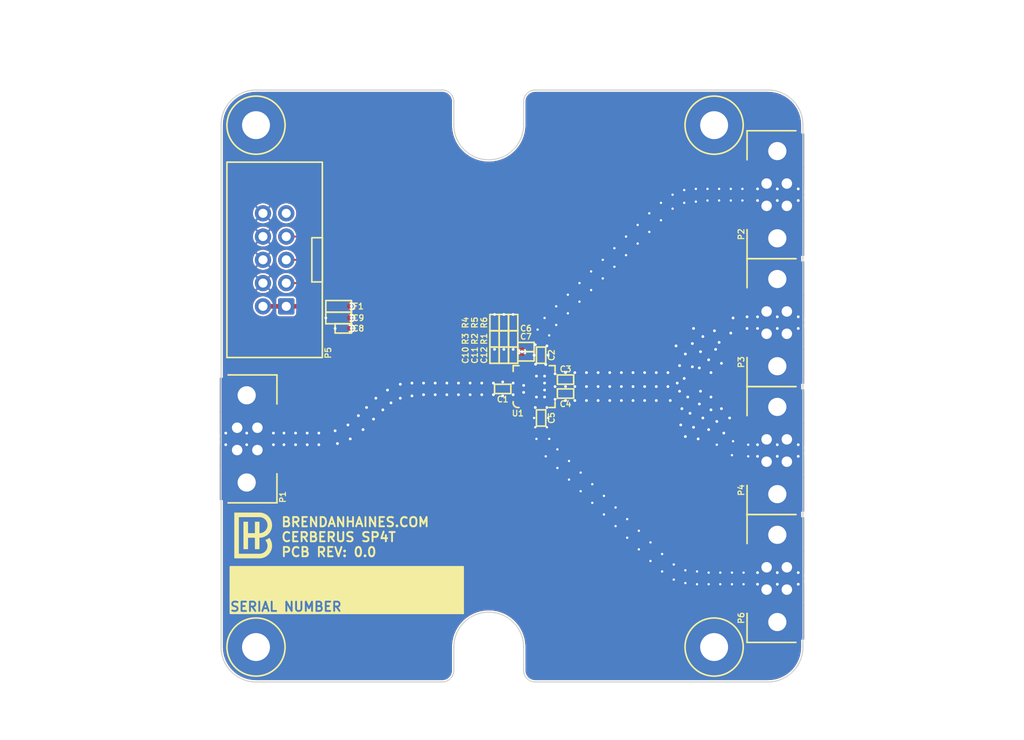
<source format=kicad_pcb>
(kicad_pcb
	(version 20240108)
	(generator "pcbnew")
	(generator_version "8.0")
	(general
		(thickness 1.6)
		(legacy_teardrops no)
	)
	(paper "A")
	(title_block
		(title "${PROJECT_NAME}")
		(rev "${PCB_REVISION}")
		(company "BRENDANHAINES.COM")
	)
	(layers
		(0 "F.Cu" signal)
		(1 "In1.Cu" signal)
		(2 "In2.Cu" signal)
		(31 "B.Cu" signal)
		(32 "B.Adhes" user "B.Adhesive")
		(33 "F.Adhes" user "F.Adhesive")
		(34 "B.Paste" user)
		(35 "F.Paste" user)
		(36 "B.SilkS" user "B.Silkscreen")
		(37 "F.SilkS" user "F.Silkscreen")
		(38 "B.Mask" user)
		(39 "F.Mask" user)
		(40 "Dwgs.User" user "User.Drawings")
		(41 "Cmts.User" user "User.Comments")
		(42 "Eco1.User" user "User.Eco1")
		(43 "Eco2.User" user "User.Eco2")
		(44 "Edge.Cuts" user)
		(45 "Margin" user)
		(46 "B.CrtYd" user "B.Courtyard")
		(47 "F.CrtYd" user "F.Courtyard")
		(48 "B.Fab" user)
		(49 "F.Fab" user)
		(50 "User.1" user)
		(51 "User.2" user)
		(52 "User.3" user)
		(53 "User.4" user)
		(54 "User.5" user)
		(55 "User.6" user)
		(56 "User.7" user)
		(57 "User.8" user)
		(58 "User.9" user)
	)
	(setup
		(stackup
			(layer "F.SilkS"
				(type "Top Silk Screen")
				(color "White")
			)
			(layer "F.Paste"
				(type "Top Solder Paste")
			)
			(layer "F.Mask"
				(type "Top Solder Mask")
				(color "Green")
				(thickness 0.01)
			)
			(layer "F.Cu"
				(type "copper")
				(thickness 0.035)
			)
			(layer "dielectric 1"
				(type "core")
				(thickness 0.48)
				(material "FR4")
				(epsilon_r 4.5)
				(loss_tangent 0.02)
			)
			(layer "In1.Cu"
				(type "copper")
				(thickness 0.035)
			)
			(layer "dielectric 2"
				(type "prepreg")
				(thickness 0.48)
				(material "FR4")
				(epsilon_r 4.5)
				(loss_tangent 0.02)
			)
			(layer "In2.Cu"
				(type "copper")
				(thickness 0.035)
			)
			(layer "dielectric 3"
				(type "core")
				(thickness 0.48)
				(material "FR4")
				(epsilon_r 4.5)
				(loss_tangent 0.02)
			)
			(layer "B.Cu"
				(type "copper")
				(thickness 0.035)
			)
			(layer "B.Mask"
				(type "Bottom Solder Mask")
				(color "Green")
				(thickness 0.01)
			)
			(layer "B.Paste"
				(type "Bottom Solder Paste")
			)
			(layer "B.SilkS"
				(type "Bottom Silk Screen")
				(color "White")
			)
			(copper_finish "ENIG")
			(dielectric_constraints no)
		)
		(pad_to_mask_clearance 0)
		(allow_soldermask_bridges_in_footprints no)
		(grid_origin 80.01 123.19)
		(pcbplotparams
			(layerselection 0x00010fc_ffffffff)
			(plot_on_all_layers_selection 0x0000000_00000000)
			(disableapertmacros no)
			(usegerberextensions no)
			(usegerberattributes yes)
			(usegerberadvancedattributes yes)
			(creategerberjobfile yes)
			(dashed_line_dash_ratio 12.000000)
			(dashed_line_gap_ratio 3.000000)
			(svgprecision 4)
			(plotframeref no)
			(viasonmask no)
			(mode 1)
			(useauxorigin no)
			(hpglpennumber 1)
			(hpglpenspeed 20)
			(hpglpendiameter 15.000000)
			(pdf_front_fp_property_popups yes)
			(pdf_back_fp_property_popups yes)
			(dxfpolygonmode yes)
			(dxfimperialunits yes)
			(dxfusepcbnewfont yes)
			(psnegative no)
			(psa4output no)
			(plotreference yes)
			(plotvalue yes)
			(plotfptext yes)
			(plotinvisibletext no)
			(sketchpadsonfab no)
			(subtractmaskfromsilk no)
			(outputformat 1)
			(mirror no)
			(drillshape 1)
			(scaleselection 1)
			(outputdirectory "")
		)
	)
	(property "PCB_REVISION" "0.0")
	(property "PROJECT_NAME" "CERBERUS SP4T")
	(net 0 "")
	(net 1 "GND")
	(net 2 "/CONN1/VIN_3V3")
	(net 3 "VDC_3V3")
	(net 4 "/RF_C")
	(net 5 "/RF_1")
	(net 6 "/RF_2")
	(net 7 "/CTRL0")
	(net 8 "/RF_3")
	(net 9 "/CTRL1")
	(net 10 "/CTRL2")
	(net 11 "/RF_4")
	(net 12 "Net-(U1-CONTROL_3)")
	(net 13 "Net-(U1-CONTROL_2)")
	(net 14 "Net-(U1-CONTROL_1)")
	(net 15 "/CONN1/D0")
	(net 16 "Net-(U1-RF1)")
	(net 17 "Net-(U1-RF2)")
	(net 18 "Net-(U1-RF3)")
	(net 19 "Net-(U1-RF4)")
	(net 20 "Net-(U1-RF_COM)")
	(footprint "common:CONN_SuperSMA_Amphenol_901-10510-2" (layer "F.Cu") (at 139.7 87.757 -90))
	(footprint "common:MH120X230_#4" (layer "F.Cu") (at 130.0099 123.19))
	(footprint "common:C0402" (layer "F.Cu") (at 113.792 93.98))
	(footprint "common:LOGO_BH" (layer "F.Cu") (at 80.137 113.411))
	(footprint "common:C0402" (layer "F.Cu") (at 111.125 98.171 -90))
	(footprint "common:CONN_SuperSMA_Amphenol_901-10510-2" (layer "F.Cu") (at 139.7 101.727 -90))
	(footprint "common:R0402" (layer "F.Cu") (at 106.045 89.535 -90))
	(footprint "common:C0402" (layer "F.Cu") (at 106.045 91.313 -90))
	(footprint "common:C0402" (layer "F.Cu") (at 108.077 91.313 -90))
	(footprint "common:PinHeader_2x05_P2.54mm_Vertical_Shrouded" (layer "F.Cu") (at 83.312 85.979 90))
	(footprint "common:C0402" (layer "F.Cu") (at 109.474 90.424))
	(footprint "common:R0402" (layer "F.Cu") (at 107.061 87.757 90))
	(footprint "common:R0603" (layer "F.Cu") (at 89.027 85.979))
	(footprint "common:C0402" (layer "F.Cu") (at 106.934 94.996))
	(footprint "common:QFN50P400X400X75-24P" (layer "F.Cu") (at 110.363 94.742 90))
	(footprint "common:C0402" (layer "F.Cu") (at 89.535 88.392 180))
	(footprint "common:R0402" (layer "F.Cu") (at 106.045 87.757 90))
	(footprint "common:MH120X230_#4" (layer "F.Cu") (at 130.0099 66.1924))
	(footprint "common:C0402" (layer "F.Cu") (at 107.061 91.313 -90))
	(footprint "common:R0402" (layer "F.Cu") (at 108.077 87.757 90))
	(footprint "common:CONN_SuperSMA_Amphenol_901-10510-2" (layer "F.Cu") (at 139.7 73.787 -90))
	(footprint "common:R0402" (layer "F.Cu") (at 108.077 89.535 -90))
	(footprint "common:C0402" (layer "F.Cu") (at 111.125 91.313 90))
	(footprint "common:MH120X230_#4" (layer "F.Cu") (at 80.01 123.19))
	(footprint "common:C0402" (layer "F.Cu") (at 109.474 91.44 180))
	(footprint "common:CONN_SuperSMA_Amphenol_901-10510-2" (layer "F.Cu") (at 139.7 115.697 -90))
	(footprint "common:C0603" (layer "F.Cu") (at 89.027 87.249 180))
	(footprint "common:C0402" (layer "F.Cu") (at 113.792 95.504))
	(footprint "common:MH120X230_#4" (layer "F.Cu") (at 80.01 66.1924))
	(footprint "common:CONN_SuperSMA_Amphenol_901-10510-2" (layer "F.Cu") (at 76.2 100.457 90))
	(footprint "common:R0402" (layer "F.Cu") (at 107.061 89.535 -90))
	(gr_poly
		(pts
			(xy 89.408 119.507) (xy 102.616 119.507) (xy 102.616 114.427) (xy 77.216 114.427) (xy 77.216 117.983)
			(xy 89.408 117.983)
		)
		(stroke
			(width 0.1778)
			(type solid)
		)
		(fill solid)
		(layer "F.SilkS")
		(uuid "54e388d0-9772-4369-ac3e-a28d27a63d02")
	)
	(gr_rect
		(start 77.216 117.983)
		(end 89.408 119.507)
		(stroke
			(width 0.1778)
			(type default)
		)
		(fill none)
		(layer "F.SilkS")
		(uuid "7dc4bab5-1662-4e93-ae85-edfcd135bfe1")
	)
	(gr_arc
		(start 109.22 66.167)
		(mid 105.41 69.977)
		(end 101.6 66.167)
		(stroke
			(width 0.127)
			(type default)
		)
		(layer "Edge.Cuts")
		(uuid "12b5dc83-04a1-4ad2-b20b-9ca374104a1d")
	)
	(gr_line
		(start 100.33 127)
		(end 80.01 127)
		(stroke
			(width 0.127)
			(type default)
		)
		(layer "Edge.Cuts")
		(uuid "1d8c4d54-d09d-4552-81d7-fe4fbfc0d2d7")
	)
	(gr_line
		(start 101.6 63.627)
		(end 101.6 66.167)
		(stroke
			(width 0.127)
			(type default)
		)
		(layer "Edge.Cuts")
		(uuid "2973dcc5-815b-4dca-8084-f6e8e8fd19a1")
	)
	(gr_line
		(start 76.2 123.19)
		(end 76.2 66.167)
		(stroke
			(width 0.127)
			(type default)
		)
		(layer "Edge.Cuts")
		(uuid "4a1c085a-0447-40c6-917a-e883b0b5d3b4")
	)
	(gr_arc
		(start 101.6 125.73)
		(mid 101.228026 126.628026)
		(end 100.33 127)
		(stroke
			(width 0.127)
			(type default)
		)
		(layer "Edge.Cuts")
		(uuid "4e122227-9205-48ab-aed8-944187041308")
	)
	(gr_arc
		(start 109.22 63.627)
		(mid 109.591974 62.728974)
		(end 110.49 62.357)
		(stroke
			(width 0.127)
			(type default)
		)
		(layer "Edge.Cuts")
		(uuid "512bf51a-3fa9-4028-a936-f7e6a4733d0c")
	)
	(gr_arc
		(start 101.6 123.19)
		(mid 105.41 119.38)
		(end 109.22 123.19)
		(stroke
			(width 0.127)
			(type default)
		)
		(layer "Edge.Cuts")
		(uuid "5b1e545e-7998-4651-9a7c-7119b11dbb5e")
	)
	(gr_arc
		(start 110.49 127)
		(mid 109.591974 126.628026)
		(end 109.22 125.73)
		(stroke
			(width 0.127)
			(type default)
		)
		(layer "Edge.Cuts")
		(uuid "75ed90dc-01a6-4ef6-a1ad-40d7e7fb9ab5")
	)
	(gr_arc
		(start 135.89 62.357)
		(mid 138.584077 63.472923)
		(end 139.7 66.167)
		(stroke
			(width 0.127)
			(type default)
		)
		(layer "Edge.Cuts")
		(uuid "827095d4-34d5-43ee-8461-ae5f66cdb2c1")
	)
	(gr_line
		(start 135.89 127)
		(end 110.49 127)
		(stroke
			(width 0.127)
			(type default)
		)
		(layer "Edge.Cuts")
		(uuid "8a06cdaa-4b81-476c-ab75-552dda1904ae")
	)
	(gr_arc
		(start 139.7 123.19)
		(mid 138.584077 125.884077)
		(end 135.89 127)
		(stroke
			(width 0.127)
			(type default)
		)
		(layer "Edge.Cuts")
		(uuid "8f3bcc1f-2eb5-4fe9-a5f4-4d4b2420bb7d")
	)
	(gr_line
		(start 135.89 62.357)
		(end 110.49 62.357)
		(stroke
			(width 0.127)
			(type default)
		)
		(layer "Edge.Cuts")
		(uuid "9c756f94-0915-4796-a177-fba955d58861")
	)
	(gr_arc
		(start 76.2 66.167)
		(mid 77.315923 63.472923)
		(end 80.01 62.357)
		(stroke
			(width 0.127)
			(type default)
		)
		(layer "Edge.Cuts")
		(uuid "a2db3517-1557-4cb3-9db4-49484f4b88bb")
	)
	(gr_line
		(start 100.33 62.357)
		(end 80.01 62.357)
		(stroke
			(width 0.127)
			(type default)
		)
		(layer "Edge.Cuts")
		(uuid "a37f7f24-d565-4f0b-8922-f16248f5b0a0")
	)
	(gr_line
		(start 109.22 125.73)
		(end 109.22 123.19)
		(stroke
			(width 0.127)
			(type default)
		)
		(layer "Edge.Cuts")
		(uuid "a5182ac4-ba58-4916-80d1-c3c4552baf6f")
	)
	(gr_arc
		(start 100.33 62.357)
		(mid 101.228026 62.728974)
		(end 101.6 63.627)
		(stroke
			(width 0.127)
			(type default)
		)
		(layer "Edge.Cuts")
		(uuid "bdaa3ce3-1d1d-4bdf-8767-8a155afd4217")
	)
	(gr_line
		(start 139.7 66.167)
		(end 139.7 123.19)
		(stroke
			(width 0.127)
			(type default)
		)
		(layer "Edge.Cuts")
		(uuid "cae215e8-499e-40ef-89eb-35b51bf61b65")
	)
	(gr_line
		(start 109.22 66.167)
		(end 109.22 63.627)
		(stroke
			(width 0.127)
			(type default)
		)
		(layer "Edge.Cuts")
		(uuid "cc06fa9f-a210-4e6d-9270-f07cf87ce584")
	)
	(gr_line
		(start 101.6 123.19)
		(end 101.6 125.73)
		(stroke
			(width 0.127)
			(type default)
		)
		(layer "Edge.Cuts")
		(uuid "d6b52204-62e3-4775-a382-a5e8113dca6a")
	)
	(gr_arc
		(start 80.01 127)
		(mid 77.315923 125.884077)
		(end 76.2 123.19)
		(stroke
			(width 0.127)
			(type default)
		)
		(layer "Edge.Cuts")
		(uuid "eb8ae8c2-ec94-44e1-b1ad-d50dc494b660")
	)
	(gr_text "BRENDANHAINES.COM\n${PROJECT_NAME}\nPCB REV: ${PCB_REVISION}"
		(at 82.677 113.411 0)
		(layer "F.SilkS")
		(uuid "437bdfe8-9461-4ec7-870c-371d6a52dc16")
		(effects
			(font
				(size 1.016 1.016)
				(thickness 0.2032)
				(bold yes)
			)
			(justify left bottom)
		)
	)
	(gr_text "SERIAL NUMBER"
		(at 77.089 119.38 0)
		(layer "F.SilkS" knockout)
		(uuid "6c2be5ce-85b7-4de0-9953-9a61d10d3e1f")
		(effects
			(font
				(size 1.016 1.016)
				(thickness 0.2032)
				(bold yes)
			)
			(justify left bottom)
		)
	)
	(dimension
		(type aligned)
		(layer "F.Fab")
		(uuid "2892fb69-bc65-401b-badd-aa520ee8b469")
		(pts
			(xy 87.503 65.9824) (xy 87.503 122.98)
		)
		(height 19.812)
		(gr_text "2244.0000 mils"
			(at 66.548 94.4812 90)
			(layer "F.Fab")
			(uuid "2892fb69-bc65-401b-badd-aa520ee8b469")
			(effects
				(font
					(size 1.016 1.016)
					(thickness 0.127)
				)
			)
		)
		(format
			(prefix "")
			(suffix "")
			(units 3)
			(units_format 1)
			(precision 4)
		)
		(style
			(thickness 0.127)
			(arrow_length 1.27)
			(text_position_mode 0)
			(extension_height 0.58642)
			(extension_offset 0.254) keep_text_aligned)
	)
	(dimension
		(type aligned)
		(layer "F.Fab")
		(uuid "60aa3d13-cba1-4987-a4d4-8936d20594bd")
		(pts
			(xy 135.89 127) (xy 135.89 62.357)
		)
		(height 10.16)
		(gr_text "2545.0000 mils"
			(at 145.288 94.6785 90)
			(layer "F.Fab")
			(uuid "60aa3d13-cba1-4987-a4d4-8936d20594bd")
			(effects
				(font
					(size 0.635 0.635)
					(thickness 0.127)
				)
			)
		)
		(format
			(prefix "")
			(suffix "")
			(units 3)
			(units_format 1)
			(precision 4)
		)
		(style
			(thickness 0.127)
			(arrow_length 1.27)
			(text_position_mode 0)
			(extension_height 0.58642)
			(extension_offset 1.524) keep_text_aligned)
	)
	(dimension
		(type aligned)
		(layer "F.Fab")
		(uuid "bbab7d88-8f8c-467e-ac80-cb1bdbeed6d1")
		(pts
			(xy 76.2 123.19) (xy 139.7 123.19)
		)
		(height 8.381999)
		(gr_text "2500.0000 mils"
			(at 107.95 130.809999 0)
			(layer "F.Fab")
			(uuid "bbab7d88-8f8c-467e-ac80-cb1bdbeed6d1")
			(effects
				(font
					(size 0.635 0.635)
					(thickness 0.127)
				)
			)
		)
		(format
			(prefix "")
			(suffix "")
			(units 3)
			(units_format 1)
			(precision 4)
		)
		(style
			(thickness 0.127)
			(arrow_length 1.27)
			(text_position_mode 0)
			(extension_height 0.58642)
			(extension_offset 1.524) keep_text_aligned)
	)
	(dimension
		(type aligned)
		(layer "F.Fab")
		(uuid "da0fc324-3843-4697-9d01-01ce7e2f02da")
		(pts
			(xy 80.01 66.1924) (xy 130.0099 66.1924)
		)
		(height -11.7094)
		(gr_text "1968.5000 mils"
			(at 105.00995 53.34 0)
			(layer "F.Fab")
			(uuid "da0fc324-3843-4697-9d01-01ce7e2f02da")
			(effects
				(font
					(size 1.016 1.016)
					(thickness 0.127)
				)
			)
		)
		(format
			(prefix "")
			(suffix "")
			(units 3)
			(units_format 1)
			(precision 4)
		)
		(style
			(thickness 0.127)
			(arrow_length 1.27)
			(text_position_mode 0)
			(extension_height 0.58642)
			(extension_offset 7.62) keep_text_aligned)
	)
	(segment
		(start 107.061 87.332)
		(end 107.061 86.868)
		(width 0.127)
		(layer "F.Cu")
		(net 1)
		(uuid "0601ffe4-a68f-4683-b78c-5eaea6e98d23")
	)
	(segment
		(start 111.613 96.881)
		(end 111.76 97.028)
		(width 0.254)
		(layer "F.Cu")
		(net 1)
		(uuid "0c4a8fad-7718-433c-b5a3-f7181981eae0")
	)
	(segment
		(start 107.061 90.888)
		(end 107.061 90.678)
		(width 0.127)
		(layer "F.Cu")
		(net 1)
		(uuid "27a9e3e3-9cb7-425c-a670-78b1b77ecbc0")
	)
	(segment
		(start 108.463 94.492)
		(end 108.208 94.492)
		(width 0.254)
		(layer "F.Cu")
		(net 1)
		(uuid "398c1a37-2631-443d-b8de-f21d2ad0a190")
	)
	(segment
		(start 112.263 93.492)
		(end 112.502 93.492)
		(width 0.254)
		(layer "F.Cu")
		(net 1)
		(uuid "40f4e4f1-0865-4c49-ac6d-4a668fcbaf50")
	)
	(segment
		(start 112.502 93.492)
		(end 112.649 93.345)
		(width 0.254)
		(layer "F.Cu")
		(net 1)
		(uuid "460c0f8c-293c-4bf3-a44b-bb62ebb1c962")
	)
	(segment
		(start 108.077 87.332)
		(end 108.077 86.868)
		(width 0.127)
		(layer "F.Cu")
		(net 1)
		(uuid "4c7e9a37-577c-415a-985b-7bd01d0504eb")
	)
	(segment
		(start 106.045 87.332)
		(end 106.045 86.868)
		(width 0.127)
		(layer "F.Cu")
		(net 1)
		(uuid "6d5e0beb-8987-4f08-a523-02aadc4c1150")
	)
	(segment
		(start 88.302 87.249)
		(end 87.63 87.249)
		(width 0.508)
		(layer "F.Cu")
		(net 1)
		(uuid "72c942d2-f26e-4582-97bb-d37a6eb0e80c")
	)
	(segment
		(start 112.263 94.492)
		(end 112.399 94.492)
		(width 0.254)
		(layer "F.Cu")
		(net 1)
		(uuid "7b27c582-556d-4c37-81c1-969308a764f8")
	)
	(segment
		(start 108.216 95.492)
		(end 108.077 95.631)
		(width 0.254)
		(layer "F.Cu")
		(net 1)
		(uuid "88dc6131-031f-40e2-ba64-b70a5d32d246")
	)
	(segment
		(start 108.077 90.888)
		(end 108.077 90.678)
		(width 0.127)
		(layer "F.Cu")
		(net 1)
		(uuid "8a534dae-255f-4171-8486-1c500033e011")
	)
	(segment
		(start 111.613 96.642)
		(end 111.613 96.881)
		(width 0.254)
		(layer "F.Cu")
		(net 1)
		(uuid "8d339908-30bc-44ee-8b6c-3688d9ce075e")
	)
	(segment
		(start 110.613 96.905)
		(end 110.49 97.028)
		(width 0.254)
		(layer "F.Cu")
		(net 1)
		(uuid "933b6d5c-9b0c-4bb9-846c-5af54b05cd7c")
	)
	(segment
		(start 112.399 94.492)
		(end 112.649 94.742)
		(width 0.254)
		(layer "F.Cu")
		(net 1)
		(uuid "9638c647-2f38-4ca9-b80e-d4d03527ae1c")
	)
	(segment
		(start 108.208 94.492)
		(end 108.077 94.361)
		(width 0.254)
		(layer "F.Cu")
		(net 1)
		(uuid "9a3be79e-620e-41bd-8298-c32eabe403d3")
	)
	(segment
		(start 112.502 95.992)
		(end 112.649 96.139)
		(width 0.254)
		(layer "F.Cu")
		(net 1)
		(uuid "a7e30e2e-7641-45af-99ab-cee4ffa40e83")
	)
	(segment
		(start 110.613 92.842)
		(end 110.613 92.39544)
		(width 0.254)
		(layer "F.Cu")
		(net 1)
		(uuid "ba34a25a-4f70-4db8-995c-327e21640eaa")
	)
	(segment
		(start 112.399 94.992)
		(end 112.649 94.742)
		(width 0.254)
		(layer "F.Cu")
		(net 1)
		(uuid "bf02c595-3d05-4daf-8152-0a8c4f79652f")
	)
	(segment
		(start 111.613 92.842)
		(end 111.613 92.349)
		(width 0.254)
		(layer "F.Cu")
		(net 1)
		(uuid "c5f61750-8f5d-4964-8dcf-56c8947b3051")
	)
	(segment
		(start 108.463 95.492)
		(end 108.216 95.492)
		(width 0.254)
		(layer "F.Cu")
		(net 1)
		(uuid "c6b3437f-2db7-4a9f-8210-f378156060a7")
	)
	(segment
		(start 111.613 92.349)
		(end 111.633 92.329)
		(width 0.254)
		(layer "F.Cu")
		(net 1)
		(uuid "dbca82e1-2295-494d-ad4d-83e012b0c7a1")
	)
	(segment
		(start 110.613 92.39544)
		(end 110.521658 92.304098)
		(width 0.254)
		(layer "F.Cu")
		(net 1)
		(uuid "e0d0a737-e6f7-4287-a39a-c0f222faaf55")
	)
	(segment
		(start 112.263 95.992)
		(end 112.502 95.992)
		(width 0.254)
		(layer "F.Cu")
		(net 1)
		(uuid "e21c42da-d622-4fe8-86f8-2529d0e46832")
	)
	(segment
		(start 106.045 90.888)
		(end 106.045 90.678)
		(width 0.127)
		(layer "F.Cu")
		(net 1)
		(uuid "ed733c28-96a3-44b6-bf86-7fde808ba0cb")
	)
	(segment
		(start 112.263 94.992)
		(end 112.399 94.992)
		(width 0.254)
		(layer "F.Cu")
		(net 1)
		(uuid "f050c780-289c-490c-8033-f2fc14013a44")
	)
	(segment
		(start 110.613 96.642)
		(end 110.613 96.905)
		(width 0.254)
		(layer "F.Cu")
		(net 1)
		(uuid "f8edea65-a67a-4438-912a-09586e065a03")
	)
	(segment
		(start 89.11 88.392)
		(end 88.646 88.392)
		(width 0.508)
		(layer "F.Cu")
		(net 1)
		(uuid "f92c9204-7e6c-4a10-9638-3b99f6bdab17")
	)
	(via
		(at 118.618 93.218)
		(size 0.508)
		(drill 0.3048)
		(layers "F.Cu" "B.Cu")
		(free yes)
		(net 1)
		(uuid "000e75c1-9126-4e50-befa-dce18dff5910")
	)
	(via
		(at 134.747 116.332)
		(size 0.508)
		(drill 0.3048)
		(layers "F.Cu" "B.Cu")
		(free yes)
		(net 1)
		(uuid "01292e35-5c8c-4ecf-a1cc-7e3db9b85721")
	)
	(via
		(at 109.22 95.377)
		(size 0.508)
		(drill 0.3048)
		(layers "F.Cu" "B.Cu")
		(net 1)
		(uuid "027b3311-d082-4d7d-8f94-fb619d4d9195")
	)
	(via
		(at 129.667 97.282)
		(size 0.508)
		(drill 0.3048)
		(layers "F.Cu" "B.Cu")
		(free yes)
		(net 1)
		(uuid "028bb475-03a4-401f-b3da-13c30fe9d495")
	)
	(via
		(at 136.906 87.122)
		(size 0.508)
		(drill 0.3048)
		(layers "F.Cu" "B.Cu")
		(free yes)
		(net 1)
		(uuid "02ba2390-5c1c-4a0e-903a-ccadd4989567")
	)
	(via
		(at 105.918 94.361)
		(size 0.508)
		(drill 0.3048)
		(layers "F.Cu" "B.Cu")
		(free yes)
		(net 1)
		(uuid "037a0129-5eee-4d8b-8870-ca45c068bc73")
	)
	(via
		(at 126.238 95.25)
		(size 0.508)
		(drill 0.3048)
		(layers "F.Cu" "B.Cu")
		(free yes)
		(net 1)
		(uuid "052b4e7a-85d6-407f-8f1b-23470ac0b223")
	)
	(via
		(at 93.853 97.282)
		(size 0.508)
		(drill 0.3048)
		(layers "F.Cu" "B.Cu")
		(free yes)
		(net 1)
		(uuid "06a92f8c-62a4-4a21-8c26-fa1051bc955d")
	)
	(via
		(at 125.603 115.824)
		(size 0.508)
		(drill 0.254)
		(layers "F.Cu" "B.Cu")
		(free yes)
		(net 1)
		(uuid "07478088-b4d3-4f4a-a9ba-1804914d5dac")
	)
	(via
		(at 139.192 102.362)
		(size 0.508)
		(drill 0.3048)
		(layers "F.Cu" "B.Cu")
		(free yes)
		(net 1)
		(uuid "07bcad39-aaaf-4152-80e6-d770e7060b25")
	)
	(via
		(at 131.699 98.171)
		(size 0.508)
		(drill 0.3048)
		(layers "F.Cu" "B.Cu")
		(free yes)
		(net 1)
		(uuid "0ac0c1a2-3a0d-47f0-af69-acd04295d431")
	)
	(via
		(at 136.906 73.152)
		(size 0.508)
		(drill 0.3048)
		(layers "F.Cu" "B.Cu")
		(free yes)
		(net 1)
		(uuid "0cd7a28f-df0d-413c-84d0-23d2181c902e")
	)
	(via
		(at 131.826 73.152)
		(size 0.508)
		(drill 0.254)
		(layers "F.Cu" "B.Cu")
		(free yes)
		(net 1)
		(uuid "0e069267-1fbd-472f-9e08-405e498233e8")
	)
	(via
		(at 119.253 109.982)
		(size 0.508)
		(drill 0.254)
		(layers "F.Cu" "B.Cu")
		(free yes)
		(net 1)
		(uuid "0e1047e0-b5d1-4ea6-9c91-ae465d409c3b")
	)
	(via
		(at 116.586 84.201)
		(size 0.508)
		(drill 0.254)
		(layers "F.Cu" "B.Cu")
		(free yes)
		(net 1)
		(uuid "0e28baed-3342-42dd-b037-0480974b0954")
	)
	(via
		(at 123.063 113.792)
		(size 0.508)
		(drill 0.254)
		(layers "F.Cu" "B.Cu")
		(free yes)
		(net 1)
		(uuid "0e415305-2dc6-4be1-ad83-a038035131bc")
	)
	(via
		(at 100.838 95.631)
		(size 0.508)
		(drill 0.3048)
		(layers "F.Cu" "B.Cu")
		(free yes)
		(net 1)
		(uuid "0e6b6099-aaf9-4c99-9a05-5fa19dd40106")
	)
	(via
		(at 136.906 74.422)
		(size 0.508)
		(drill 0.3048)
		(layers "F.Cu" "B.Cu")
		(free yes)
		(net 1)
		(uuid "0ec8f2e8-8469-444d-a433-9b7612af63ba")
	)
	(via
		(at 111.506 95.885)
		(size 0.508)
		(drill 0.3048)
		(layers "F.Cu" "B.Cu")
		(net 1)
		(uuid "0f920c89-22fb-47f7-9920-295942ecc9d3")
	)
	(via
		(at 111.506 95.123)
		(size 0.508)
		(drill 0.3048)
		(layers "F.Cu" "B.Cu")
		(net 1)
		(uuid "0fbeab8a-cd9d-4158-b06a-0bdbffe2e650")
	)
	(via
		(at 124.333 113.03)
		(size 0.508)
		(drill 0.254)
		(layers "F.Cu" "B.Cu")
		(free yes)
		(net 1)
		(uuid "1126728c-d994-4b2c-b8fd-05962ef0c062")
	)
	(via
		(at 130.683 115.062)
		(size 0.508)
		(drill 0.254)
		(layers "F.Cu" "B.Cu")
		(free yes)
		(net 1)
		(uuid "11ddc6e7-60f8-4339-82e7-28ac6bb7f8cd")
	)
	(via
		(at 124.206 74.676)
		(size 0.508)
		(drill 0.254)
		(layers "F.Cu" "B.Cu")
		(free yes)
		(net 1)
		(uuid "126d4a56-706e-4497-8e4b-a57593f9ce5b")
	)
	(via
		(at 126.238 92.456)
		(size 0.508)
		(drill 0.3048)
		(layers "F.Cu" "B.Cu")
		(free yes)
		(net 1)
		(uuid "18ceb4f8-5b2b-4708-80a4-b36b8001b13a")
	)
	(via
		(at 115.316 85.471)
		(size 0.508)
		(drill 0.254)
		(layers "F.Cu" "B.Cu")
		(free yes)
		(net 1)
		(uuid "18e70abd-a6ba-4b7e-934c-b33e62c223c7")
	)
	(via
		(at 112.649 93.345)
		(size 0.508)
		(drill 0.3048)
		(layers "F.Cu" "B.Cu")
		(net 1)
		(uuid "198d2d56-6aa6-4a54-9d8a-ad5c43ed0a1e")
	)
	(via
		(at 129.413 99.441)
		(size 0.508)
		(drill 0.3048)
		(layers "F.Cu" "B.Cu")
		(free yes)
		(net 1)
		(uuid "1a394817-64ce-41a5-b105-49a3a4351f42")
	)
	(via
		(at 126.492 97.155)
		(size 0.508)
		(drill 0.3048)
		(layers "F.Cu" "B.Cu")
		(free yes)
		(net 1)
		(uuid "1b36f989-928e-47a9-bb7e-29e830703ce5")
	)
	(via
		(at 112.776 85.979)
		(size 0.508)
		(drill 0.254)
		(layers "F.Cu" "B.Cu")
		(free yes)
		(net 1)
		(uuid "1f59bd86-43f4-4d9f-b43f-e6b0be553d98")
	)
	(via
		(at 110.49 99.187)
		(size 0.508)
		(drill 0.254)
		(layers "F.Cu" "B.Cu")
		(free yes)
		(net 1)
		(uuid "1f6403ed-73a0-45d9-af97-0bbc72186f26")
	)
	(via
		(at 112.014 89.154)
		(size 0.508)
		(drill 0.254)
		(layers "F.Cu" "B.Cu")
		(free yes)
		(net 1)
		(uuid "21c8de05-092c-4aef-b7eb-8317b5edf2d2")
	)
	(via
		(at 136.906 116.332)
		(size 0.508)
		(drill 0.3048)
		(layers "F.Cu" "B.Cu")
		(free yes)
		(net 1)
		(uuid "23002002-9f3f-4b80-8987-fc906ec68206")
	)
	(via
		(at 111.633 92.329)
		(size 0.508)
		(drill 0.3048)
		(layers "F.Cu" "B.Cu")
		(net 1)
		(uuid "2358e014-d32f-41d6-a275-2944a29efd0f")
	)
	(via
		(at 119.888 94.742)
		(size 0.508)
		(drill 0.3048)
		(layers "F.Cu" "B.Cu")
		(free yes)
		(net 1)
		(uuid "249d1d3b-8a9a-4d2d-93a0-0ee5c2e8ec61")
	)
	(via
		(at 127.127 95.885)
		(size 0.508)
		(drill 0.3048)
		(layers "F.Cu" "B.Cu")
		(free yes)
		(net 1)
		(uuid "254e58e0-32fd-4ea6-a282-1425d4e73704")
	)
	(via
		(at 111.506 93.599)
		(size 0.508)
		(drill 0.3048)
		(layers "F.Cu" "B.Cu")
		(net 1)
		(uuid "2634ec9e-2fd3-44c7-9edd-cb7214444003")
	)
	(via
		(at 108.077 94.361)
		(size 0.508)
		(drill 0.3048)
		(layers "F.Cu" "B.Cu")
		(net 1)
		(uuid "27d360f8-b945-4065-affe-6a8db4c33abe")
	)
	(via
		(at 121.158 94.742)
		(size 0.508)
		(drill 0.3048)
		(layers "F.Cu" "B.Cu")
		(free yes)
		(net 1)
		(uuid "28d998e5-e6b5-4b3a-88ba-4ea9ed5598bc")
	)
	(via
		(at 133.604 87.122)
		(size 0.508)
		(drill 0.3048)
		(layers "F.Cu" "B.Cu")
		(free yes)
		(net 1)
		(uuid "2962f8b8-0544-45f0-bf2f-bf73aa1c23bf")
	)
	(via
		(at 130.81 97.155)
		(size 0.508)
		(drill 0.3048)
		(layers "F.Cu" "B.Cu")
		(free yes)
		(net 1)
		(uuid "296d0304-2970-4388-9c4f-39d6feb87288")
	)
	(via
		(at 116.713 107.442)
		(size 0.508)
		(drill 0.254)
		(layers "F.Cu" "B.Cu")
		(free yes)
		(net 1)
		(uuid "2aa6bf2b-c03c-4ded-b39b-b76363e677c1")
	)
	(via
		(at 117.983 106.68)
		(size 0.508)
		(drill 0.254)
		(layers "F.Cu" "B.Cu")
		(free yes)
		(net 1)
		(uuid "2b1b85c8-4a7c-419e-b329-2abc7da4ef69")
	)
	(via
		(at 129.667 93.218)
		(size 0.508)
		(drill 0.3048)
		(layers "F.Cu" "B.Cu")
		(free yes)
		(net 1)
		(uuid "2d70bc8e-757c-4b80-a761-a09611602627")
	)
	(via
		(at 118.618 96.266)
		(size 0.508)
		(drill 0.3048)
		(layers "F.Cu" "B.Cu")
		(free yes)
		(net 1)
		(uuid "2e9a17b3-9b98-4f58-a930-cdb13d8b85ed")
	)
	(via
		(at 134.747 87.122)
		(size 0.508)
		(drill 0.3048)
		(layers "F.Cu" "B.Cu")
		(free yes)
		(net 1)
		(uuid "2fd98d8c-bf33-4d4d-bd1c-da4da983baf8")
	)
	(via
		(at 123.063 111.76)
		(size 0.508)
		(drill 0.254)
		(layers "F.Cu" "B.Cu")
		(free yes)
		(net 1)
		(uuid "302c7dab-1ade-46e0-bf2e-6f5529baeece")
	)
	(via
		(at 118.618 94.742)
		(size 0.508)
		(drill 0.3048)
		(layers "F.Cu" "B.Cu")
		(free yes)
		(net 1)
		(uuid "305760df-6d16-4a99-9d1f-4dc03ce558bd")
	)
	(via
		(at 108.077 86.868)
		(size 0.508)
		(drill 0.3048)
		(layers "F.Cu" "B.Cu")
		(net 1)
		(uuid "30c160a3-8964-457f-99ff-2e94d553ba28")
	)
	(via
		(at 106.045 86.868)
		(size 0.508)
		(drill 0.3048)
		(layers "F.Cu" "B.Cu")
		(net 1)
		(uuid "323da9ab-d34c-44cb-9199-d20cafed18cb")
	)
	(via
		(at 111.76 90.297)
		(size 0.508)
		(drill 0.3048)
		(layers "F.Cu" "B.Cu")
		(free yes)
		(net 1)
		(uuid "33e380af-a935-44d8-ba4c-b1b0a742d380")
	)
	(via
		(at 116.713 105.41)
		(size 0.508)
		(drill 0.254)
		(layers "F.Cu" "B.Cu")
		(free yes)
		(net 1)
		(uuid "3443f51b-a4a8-429a-aeb9-fb9816d3d374")
	)
	(via
		(at 111.633 102.362)
		(size 0.508)
		(drill 0.254)
		(layers "F.Cu" "B.Cu")
		(free yes)
		(net 1)
		(uuid "389caa17-724b-4f62-9a33-08408ba45d1e")
	)
	(via
		(at 119.888 93.218)
		(size 0.508)
		(drill 0.3048)
		(layers "F.Cu" "B.Cu")
		(free yes)
		(net 1)
		(uuid "39c90a6a-76b0-4ea3-847c-f93ae52741d3")
	)
	(via
		(at 131.064 99.822)
		(size 0.508)
		(drill 0.3048)
		(layers "F.Cu" "B.Cu")
		(free yes)
		(net 1)
		(uuid "3d3b3306-f8f0-40a1-853a-eec020fa9b15")
	)
	(via
		(at 125.984 94.361)
		(size 0.508)
		(drill 0.3048)
		(layers "F.Cu" "B.Cu")
		(free yes)
		(net 1)
		(uuid "3fe73f70-4f4d-4869-a84b-e9e6757306c9")
	)
	(via
		(at 110.49 90.17)
		(size 0.508)
		(drill 0.3048)
		(layers "F.Cu" "B.Cu")
		(free yes)
		(net 1)
		(uuid "40159213-00aa-4ac4-9867-d2ca3b16ee94")
	)
	(via
		(at 125.476 75.311)
		(size 0.508)
		(drill 0.254)
		(layers "F.Cu" "B.Cu")
		(free yes)
		(net 1)
		(uuid "41b7fc5d-3702-4205-97ee-3d1094fc3df6")
	)
	(via
		(at 122.428 93.218)
		(size 0.508)
		(drill 0.3048)
		(layers "F.Cu" "B.Cu")
		(free yes)
		(net 1)
		(uuid "423b01c6-82a7-4587-bd42-9f1d150ad130")
	)
	(via
		(at 130.81 92.202)
		(size 0.508)
		(drill 0.3048)
		(layers "F.Cu" "B.Cu")
		(free yes)
		(net 1)
		(uuid "431c69b7-0439-45a4-887b-5ae1459d9a0b")
	)
	(via
		(at 121.158 93.218)
		(size 0.508)
		(drill 0.3048)
		(layers "F.Cu" "B.Cu")
		(free yes)
		(net 1)
		(uuid "432bad93-e9ec-4cf7-ace3-f2bcd7141827")
	)
	(via
		(at 84.328 101.092)
		(size 0.508)
		(drill 0.3048)
		(layers "F.Cu" "B.Cu")
		(free yes)
		(net 1)
		(uuid "44c3b017-9bad-495e-8226-beb5bb8a041c")
	)
	(via
		(at 117.348 94.742)
		(size 0.508)
		(drill 0.3048)
		(layers "F.Cu" "B.Cu")
		(free yes)
		(net 1)
		(uuid "453660b2-2e9d-40ac-91d6-6cf545d3f173")
	)
	(via
		(at 81.915 99.822)
		(size 0.508)
		(drill 0.3048)
		(layers "F.Cu" "B.Cu")
		(free yes)
		(net 1)
		(uuid "462af655-4962-4396-a489-ff1ef6d5ab1f")
	)
	(via
		(at 127.762 99.187)
		(size 0.508)
		(drill 0.3048)
		(layers "F.Cu" "B.Cu")
		(free yes)
		(net 1)
		(uuid "462b974b-c0b2-4bf0-a04b-942054ee08f7")
	)
	(via
		(at 110.617 100.457)
		(size 0.508)
		(drill 0.254)
		(layers "F.Cu" "B.Cu")
		(free yes)
		(net 1)
		(uuid "469dffcc-0ff3-49e3-a1d3-5d8551f68fc2")
	)
	(via
		(at 136.906 102.362)
		(size 0.508)
		(drill 0.3048)
		(layers "F.Cu" "B.Cu")
		(free yes)
		(net 1)
		(uuid "4733c5ff-baeb-40cf-a492-ea9c8d0518bd")
	)
	(via
		(at 98.298 94.361)
		(size 0.508)
		(drill 0.3048)
		(layers "F.Cu" "B.Cu")
		(free yes)
		(net 1)
		(uuid "47bfe2e9-5a4a-4bc0-9db5-71299210424f")
	)
	(via
		(at 110.363 98.171)
		(size 0.508)
		(drill 0.254)
		(layers "F.Cu" "B.Cu")
		(free yes)
		(net 1)
		(uuid "487e3fcf-6136-42a9-8b11-fad11b472f44")
	)
	(via
		(at 86.868 101.092)
		(size 0.508)
		(drill 0.3048)
		(layers "F.Cu" "B.Cu")
		(free yes)
		(net 1)
		(uuid "4a29244e-4386-430a-89ea-d8b07df0ee05")
	)
	(via
		(at 121.158 96.266)
		(size 0.508)
		(drill 0.3048)
		(layers "F.Cu" "B.Cu")
		(free yes)
		(net 1)
		(uuid "4a61463b-2622-4f5c-954b-89906078d23d")
	)
	(via
		(at 113.792 94.742)
		(size 0.508)
		(drill 0.3048)
		(layers "F.Cu" "B.Cu")
		(free yes)
		(net 1)
		(uuid "4c4b7a8e-ada0-4c2d-ac29-866d3ad41ef9")
	)
	(via
		(at 117.856 80.899)
		(size 0.508)
		(drill 0.254)
		(layers "F.Cu" "B.Cu")
		(free yes)
		(net 1)
		(uuid "4d466b1a-e214-4f51-88ff-3686b459a677")
	)
	(via
		(at 130.175 90.678)
		(size 0.508)
		(drill 0.3048)
		(layers "F.Cu" "B.Cu")
		(free yes)
		(net 1)
		(uuid "4df1c01d-e248-4fb2-b065-2686a681903d")
	)
	(via
		(at 111.76 99.187)
		(size 0.508)
		(drill 0.254)
		(layers "F.Cu" "B.Cu")
		(free yes)
		(net 1)
		(uuid "4e0e0ff9-a109-4880-b1fb-1c99a9907614")
	)
	(via
		(at 126.873 100.203)
		(size 0.508)
		(drill 0.3048)
		(layers "F.Cu" "B.Cu")
		(free yes)
		(net 1)
		(uuid "4e27256c-40ec-46c7-802c-d0496772d167")
	)
	(via
		(at 113.792 93.218)
		(size 0.508)
		(drill 0.3048)
		(layers "F.Cu" "B.Cu")
		(free yes)
		(net 1)
		(uuid "522ee064-33d7-42b5-8696-a3a9daaacdb9")
	)
	(via
		(at 130.683 116.332)
		(size 0.508)
		(drill 0.254)
		(layers "F.Cu" "B.Cu")
		(free yes)
		(net 1)
		(uuid "56eacb60-8fac-47dc-80e7-b0f25e688835")
	)
	(via
		(at 131.953 116.332)
		(size 0.508)
		(drill 0.254)
		(layers "F.Cu" "B.Cu")
		(free yes)
		(net 1)
		(uuid "56ee114c-0ffc-4bc1-b49a-bd2103abc951")
	)
	(via
		(at 86.868 99.822)
		(size 0.508)
		(drill 0.3048)
		(layers "F.Cu" "B.Cu")
		(free yes)
		(net 1)
		(uuid "5839d164-7ff4-427b-a698-c868fc913909")
	)
	(via
		(at 104.648 94.361)
		(size 0.508)
		(drill 0.3048)
		(layers "F.Cu" "B.Cu")
		(free yes)
		(net 1)
		(uuid "59d73bf9-7e52-4ffd-8b32-23e405ca50af")
	)
	(via
		(at 130.302 98.552)
		(size 0.508)
		(drill 0.3048)
		(layers "F.Cu" "B.Cu")
		(free yes)
		(net 1)
		(uuid "5a560c29-ccb6-4db3-a0b0-2c5150aa0432")
	)
	(via
		(at 134.747 88.392)
		(size 0.508)
		(drill 0.3048)
		(layers "F.Cu" "B.Cu")
		(free yes)
		(net 1)
		(uuid "5becdc27-060e-4269-ac8a-7db36d3afab1")
	)
	(via
		(at 117.983 108.712)
		(size 0.508)
		(drill 0.254)
		(layers "F.Cu" "B.Cu")
		(free yes)
		(net 1)
		(uuid "5c64d37e-11c1-4f29-b18e-f0c1b4d44422")
	)
	(via
		(at 128.143 116.332)
		(size 0.508)
		(drill 0.254)
		(layers "F.Cu" "B.Cu")
		(free yes)
		(net 1)
		(uuid "5cb87824-8e0f-454c-948b-2ef60cabe45a")
	)
	(via
		(at 110.744 88.519)
		(size 0.508)
		(drill 0.254)
		(layers "F.Cu" "B.Cu")
		(free yes)
		(net 1)
		(uuid "5d0fdb4a-6082-4591-ad19-8f2891735bfb")
	)
	(via
		(at 129.413 115.062)
		(size 0.508)
		(drill 0.254)
		(layers "F.Cu" "B.Cu")
		(free yes)
		(net 1)
		(uuid "5d7ef816-b2f1-4ddc-acdd-36b5f4b3ba8a")
	)
	(via
		(at 132.08 87.249)
		(size 0.508)
		(drill 0.3048)
		(layers "F.Cu" "B.Cu")
		(free yes)
		(net 1)
		(uuid "5fa889fb-63cd-45a7-8d80-be61db07195f")
	)
	(via
		(at 136.906 115.062)
		(size 0.508)
		(drill 0.3048)
		(layers "F.Cu" "B.Cu")
		(free yes)
		(net 1)
		(uuid "60b580c4-902f-40bc-acc5-f99188807dd2")
	)
	(via
		(at 114.046 86.741)
		(size 0.508)
		(drill 0.254)
		(layers "F.Cu" "B.Cu")
		(free yes)
		(net 1)
		(uuid "617d7e45-7e2d-4d1e-afef-b96a0a22fcf6")
	)
	(via
		(at 131.826 88.9)
		(size 0.508)
		(drill 0.3048)
		(layers "F.Cu" "B.Cu")
		(free yes)
		(net 1)
		(uuid "631dc1b0-100a-4dab-a492-33be7caae24c")
	)
	(via
		(at 126.873 91.186)
		(size 0.508)
		(drill 0.3048)
		(layers "F.Cu" "B.Cu")
		(free yes)
		(net 1)
		(uuid "63257b98-af52-4f6a-b20d-96211ede3950")
	)
	(via
		(at 108.077 90.678)
		(size 0.508)
		(drill 0.3048)
		(layers "F.Cu" "B.Cu")
		(net 1)
		(uuid "6589fcd4-06a7-4c99-815a-c0378ebac7b5")
	)
	(via
		(at 119.253 107.95)
		(size 0.508)
		(drill 0.254)
		(layers "F.Cu" "B.Cu")
		(free yes)
		(net 1)
		(uuid "665363b1-5b5d-4a60-91dc-0b73af8ecbf5")
	)
	(via
		(at 129.286 73.152)
		(size 0.508)
		(drill 0.254)
		(layers "F.Cu" "B.Cu")
		(free yes)
		(net 1)
		(uuid "674c1370-ea9a-4821-8326-bdd6072d995d")
	)
	(via
		(at 106.934 94.234)
		(size 0.508)
		(drill 0.3048)
		(layers "F.Cu" "B.Cu")
		(free yes)
		(net 1)
		(uuid "6a348b46-bbe2-411f-97b8-a04c9be633d5")
	)
	(via
		(at 112.649 96.139)
		(size 0.508)
		(drill 0.3048)
		(layers "F.Cu" "B.Cu")
		(net 1)
		(uuid "6a3ac6b6-f4e9-4a06-8936-3c7720b26113")
	)
	(via
		(at 97.028 94.361)
		(size 0.508)
		(drill 0.3048)
		(layers "F.Cu" "B.Cu")
		(free yes)
		(net 1)
		(uuid "6a718a11-1fa8-4e62-9bc2-4545c681efb0")
	)
	(via
		(at 130.048 88.646)
		(size 0.508)
		(drill 0.3048)
		(layers "F.Cu" "B.Cu")
		(free yes)
		(net 1)
		(uuid "6b144964-385d-47a0-9cc9-7c5046eb76d6")
	)
	(via
		(at 124.206 76.581)
		(size 0.508)
		(drill 0.254)
		(layers "F.Cu" "B.Cu")
		(free yes)
		(net 1)
		(uuid "6ed3b7f9-dc6b-4b09-bdf8-943a40cb0585")
	)
	(via
		(at 112.903 103.632)
		(size 0.508)
		(drill 0.254)
		(layers "F.Cu" "B.Cu")
		(free yes)
		(net 1)
		(uuid "6f28af12-c59b-4b56-9052-cb114fabf01b")
	)
	(via
		(at 126.746 74.676)
		(size 0.508)
		(drill 0.254)
		(layers "F.Cu" "B.Cu")
		(free yes)
		(net 1)
		(uuid "71436ab4-4865-491d-a018-4768f49985ba")
	)
	(via
		(at 106.045 90.678)
		(size 0.508)
		(drill 0.3048)
		(layers "F.Cu" "B.Cu")
		(net 1)
		(uuid "71c275a9-4b81-4a96-a52f-8102dd980f40")
	)
	(via
		(at 94.361 95.123)
		(size 0.508)
		(drill 0.3048)
		(layers "F.Cu" "B.Cu")
		(free yes)
		(net 1)
		(uuid "72ed14fe-4b85-4a0a-803a-01e5c88f787e")
	)
	(via
		(at 88.646 99.568)
		(size 0.508)
		(drill 0.3048)
		(layers "F.Cu" "B.Cu")
		(free yes)
		(net 1)
		(uuid "7328aef0-8709-49f9-91a6-14a7b1614e2c")
	)
	(via
		(at 114.173 104.902)
		(size 0.508)
		(drill 0.254)
		(layers "F.Cu" "B.Cu")
		(free yes)
		(net 1)
		(uuid "73af7322-8968-468e-b308-5438873d6d1b")
	)
	(via
		(at 129.667 95.885)
		(size 0.508)
		(drill 0.3048)
		(layers "F.Cu" "B.Cu")
		(free yes)
		(net 1)
		(uuid "73b474f8-208a-4dc1-b80e-552d57e8fcfa")
	)
	(via
		(at 85.598 99.822)
		(size 0.508)
		(drill 0.3048)
		(layers "F.Cu" "B.Cu")
		(free yes)
		(net 1)
		(uuid "73dc53ac-6954-472a-a68f-8421ceed7569")
	)
	(via
		(at 139.192 101.092)
		(size 0.508)
		(drill 0.3048)
		(layers "F.Cu" "B.Cu")
		(free yes)
		(net 1)
		(uuid "7575da47-6aef-4377-b4ee-a5493f0b7226")
	)
	(via
		(at 134.747 101.092)
		(size 0.508)
		(drill 0.3048)
		(layers "F.Cu" "B.Cu")
		(free yes)
		(net 1)
		(uuid "78b07ec5-ed8f-4a8f-a990-b62672403c36")
	)
	(via
		(at 114.808 94.742)
		(size 0.508)
		(drill 0.3048)
		(layers "F.Cu" "B.Cu")
		(free yes)
		(net 1)
		(uuid "7a0c0ae0-fc53-4eff-87d3-da111862447a")
	)
	(via
		(at 134.747 73.152)
		(size 0.508)
		(drill 0.3048)
		(layers "F.Cu" "B.Cu")
		(free yes)
		(net 1)
		(uuid "7a8f16d7-d91b-4e87-b793-4f33372ba895")
	)
	(via
		(at 76.708 99.822)
		(size 0.508)
		(drill 0.3048)
		(layers "F.Cu" "B.Cu")
		(free yes)
		(net 1)
		(uuid "7bd36c21-eb96-4a05-9400-450a914557fd")
	)
	(via
		(at 128.143 114.935)
		(size 0.508)
		(drill 0.254)
		(layers "F.Cu" "B.Cu")
		(free yes)
		(net 1)
		(uuid "7c383152-f3a1-4757-8e8c-ce46552f742f")
	)
	(via
		(at 85.598 101.092)
		(size 0.508)
		(drill 0.3048)
		(layers "F.Cu" "B.Cu")
		(free yes)
		(net 1)
		(uuid "7e5ba467-087f-49e6-93f9-f03aa41995ae")
	)
	(via
		(at 120.396 78.359)
		(size 0.508)
		(drill 0.254)
		(layers "F.Cu" "B.Cu")
		(free yes)
		(net 1)
		(uuid "828ec162-68ca-4dbc-bd8c-340b4fb6dcb5")
	)
	(via
		(at 112.014 100.457)
		(size 0.508)
		(drill 0.254)
		(layers "F.Cu" "B.Cu")
		(free yes)
		(net 1)
		(uuid "82a44214-99b5-48f4-94dc-fc76d91a2157")
	)
	(via
		(at 133.604 88.392)
		(size 0.508)
		(drill 0.3048)
		(layers "F.Cu" "B.Cu")
		(free yes)
		(net 1)
		(uuid "84a76f10-e63a-400a-9cf1-a30f52e7cabd")
	)
	(via
		(at 112.649 94.742)
		(size 0.508)
		(drill 0.3048)
		(layers "F.Cu" "B.Cu")
		(net 1)
		(uuid "85a4fdd2-7200-4688-b338-919808d2cc8a")
	)
	(via
		(at 112.903 101.6)
		(size 0.508)
		(drill 0.254)
		(layers "F.Cu" "B.Cu")
		(free yes)
		(net 1)
		(uuid "85add507-ad77-41f3-85fd-0cad8ba681af")
	)
	(via
		(at 114.808 93.218)
		(size 0.508)
		(drill 0.3048)
		(layers "F.Cu" "B.Cu")
		(free yes)
		(net 1)
		(uuid "86b96f47-3655-41a3-be04-c93c18f26f9a")
	)
	(via
		(at 134.747 115.062)
		(size 0.508)
		(drill 0.3048)
		(layers "F.Cu" "B.Cu")
		(free yes)
		(net 1)
		(uuid "88f15e0c-eee6-4e39-a350-04e3b353eb8d")
	)
	(via
		(at 110.49 97.028)
		(size 0.508)
		(drill 0.3048)
		(layers "F.Cu" "B.Cu")
		(net 1)
		(uuid "88f93a3a-eb37-42da-b1c9-d14e6bf62e98")
	)
	(via
		(at 98.298 95.631)
		(size 0.508)
		(drill 0.3048)
		(layers "F.Cu" "B.Cu")
		(free yes)
		(net 1)
		(uuid "8a34d433-7c19-4388-8703-0c8600b44c41")
	)
	(via
		(at 133.223 115.062)
		(size 0.508)
		(drill 0.254)
		(layers "F.Cu" "B.Cu")
		(free yes)
		(net 1)
		(uuid "8b12844e-34c4-4be4-a6af-962845636087")
	)
	(via
		(at 117.348 93.218)
		(size 0.508)
		(drill 0.3048)
		(layers "F.Cu" "B.Cu")
		(free yes)
		(net 1)
		(uuid "8d23862c-bae9-42dc-b7fa-41cdc9f7c022")
	)
	(via
		(at 129.413 91.821)
		(size 0.508)
		(drill 0.3048)
		(layers "F.Cu" "B.Cu")
		(free yes)
		(net 1)
		(uuid "8e0a1ff3-e609-4ce0-9c1a-1a66f2a906f7")
	)
	(via
		(at 91.694 99.441)
		(size 0.508)
		(drill 0.3048)
		(layers "F.Cu" "B.Cu")
		(free yes)
		(net 1)
		(uuid "8f0834e3-e469-450c-a960-4514e0ebeeba")
	)
	(via
		(at 93.091 96.012)
		(size 0.508)
		(drill 0.3048)
		(layers "F.Cu" "B.Cu")
		(free yes)
		(net 1)
		(uuid "905f3af3-b555-475c-8ccd-19e655cd77f9")
	)
	(via
		(at 128.016 73.152)
		(size 0.508)
		(drill 0.254)
		(layers "F.Cu" "B.Cu")
		(free yes)
		(net 1)
		(uuid "90c42537-0383-45e1-88f9-82c856b76b07")
	)
	(via
		(at 95.758 96.012)
		(size 0.508)
		(drill 0.3048)
		(layers "F.Cu" "B.Cu")
		(free yes)
		(net 1)
		(uuid "91e36a44-b46a-4c3f-bd3a-8d71b97299dd")
	)
	(via
		(at 123.698 93.218)
		(size 0.508)
		(drill 0.3048)
		(layers "F.Cu" "B.Cu")
		(free yes)
		(net 1)
		(uuid "92dd12af-886e-425d-8960-f33e91ea74a0")
	)
	(via
		(at 128.397 92.71)
		(size 0.508)
		(drill 0.3048)
		(layers "F.Cu" "B.Cu")
		(free yes)
		(net 1)
		(uuid "955dd96d-f0c7-4b2a-99ec-0d3ea9b7386b")
	)
	(via
		(at 104.648 95.631)
		(size 0.508)
		(drill 0.3048)
		(layers "F.Cu" "B.Cu")
		(free yes)
		(net 1)
		(uuid "96191833-98bd-423a-80d1-1594ed4cee0c")
	)
	(via
		(at 133.731 102.362)
		(size 0.508)
		(drill 0.254)
		(layers "F.Cu" "B.Cu")
		(free yes)
		(net 1)
		(uuid "968fa23b-21b4-4ab2-b00c-3da0fe45e615")
	)
	(via
		(at 99.568 95.631)
		(size 0.508)
		(drill 0.3048)
		(layers "F.Cu" "B.Cu")
		(free yes)
		(net 1)
		(uuid "96b05d62-1548-49d2-8977-c72e152eda2e")
	)
	(via
		(at 128.397 96.647)
		
... [670695 chars truncated]
</source>
